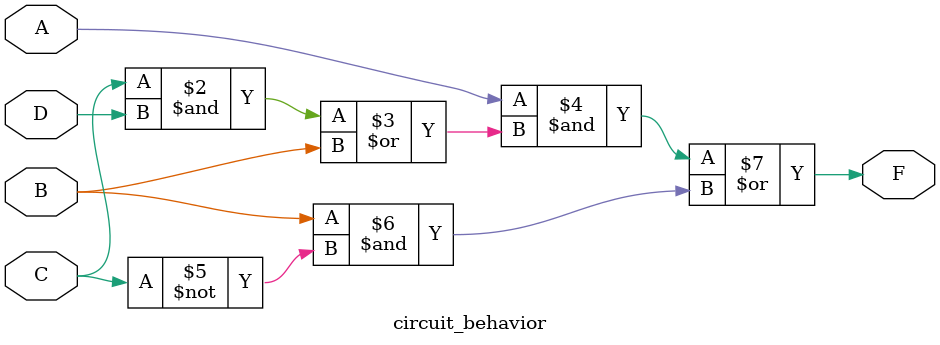
<source format=v>

module circuit_behavior(F,A,B,C,D);

    input A,B,C,D;
    output reg F;

    always @(A,B,C,D) 
    begin
        F = A & ( C & D | B ) | B & ~C;
    end

endmodule


</source>
